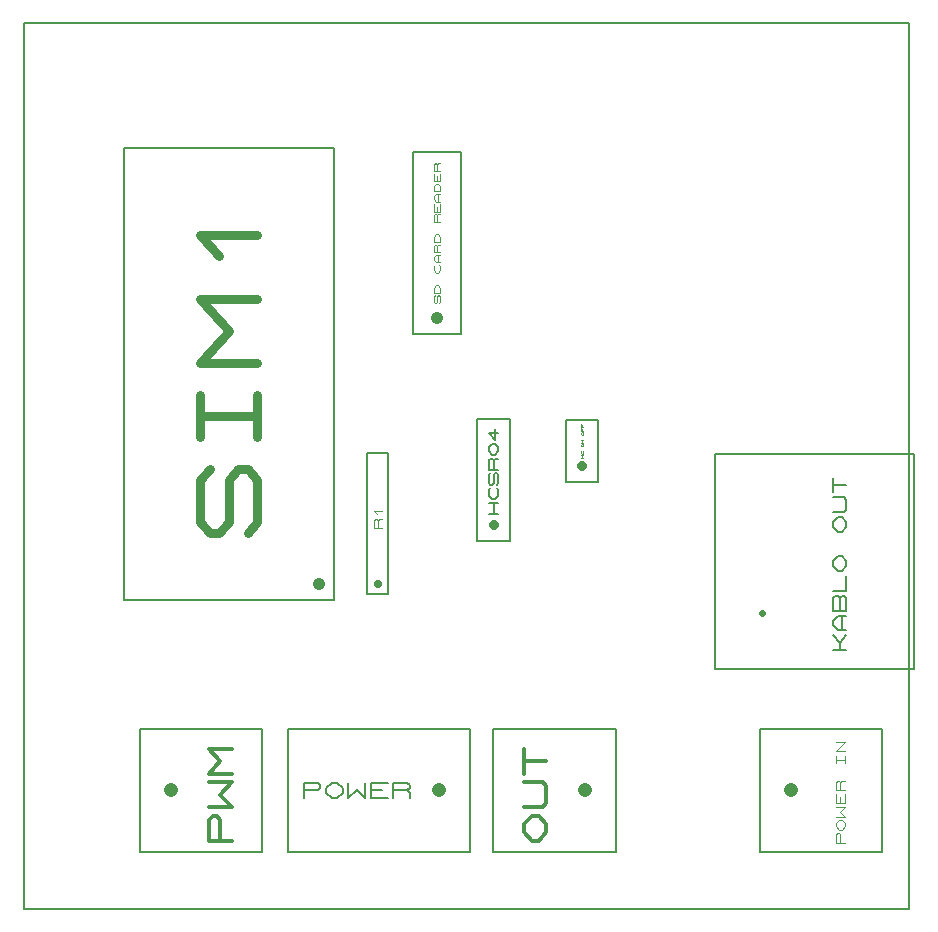
<source format=gbr>
G04 PROTEUS GERBER X2 FILE*
%TF.GenerationSoftware,Labcenter,Proteus,8.10-SP3-Build29560*%
%TF.CreationDate,2022-04-02T15:07:06+00:00*%
%TF.FileFunction,AssemblyDrawing,Top*%
%TF.FilePolarity,Positive*%
%TF.Part,Single*%
%TF.SameCoordinates,{4c8af1e2-d522-4a99-b856-79d3214d47b0}*%
%FSLAX45Y45*%
%MOMM*%
G01*
%TA.AperFunction,Profile*%
%ADD17C,0.203200*%
%TA.AperFunction,Material*%
%ADD19C,0.203200*%
%ADD23C,1.016000*%
%ADD24C,0.801370*%
%ADD25C,0.095430*%
%ADD26C,0.711200*%
%ADD27C,0.110230*%
%ADD28C,0.812800*%
%ADD29C,0.139700*%
%ADD72C,1.219200*%
%ADD73C,0.122420*%
%ADD30C,0.314280*%
%ADD31C,0.210740*%
%ADD32C,0.036680*%
%ADD33C,0.558800*%
%ADD34C,0.185490*%
%TD.AperFunction*%
D17*
X-12750000Y+3500000D02*
X-5250000Y+3500000D01*
X-5250000Y+11000000D01*
X-12750000Y+11000000D01*
X-12750000Y+3500000D01*
D19*
X-11901000Y+6112840D02*
X-10123000Y+6112840D01*
X-10123000Y+9943160D01*
X-11901000Y+9943160D01*
X-11901000Y+6112840D01*
D23*
X-10250000Y+6250000D02*
X-10250000Y+6250000D01*
D24*
X-10851726Y+6679514D02*
X-10771589Y+6769668D01*
X-10771589Y+7130284D01*
X-10851726Y+7220438D01*
X-10931863Y+7220438D01*
X-11012000Y+7130284D01*
X-11012000Y+6769668D01*
X-11092137Y+6679514D01*
X-11172274Y+6679514D01*
X-11252411Y+6769668D01*
X-11252411Y+7130284D01*
X-11172274Y+7220438D01*
X-11252411Y+7490901D02*
X-11252411Y+7851517D01*
X-11252411Y+7671209D02*
X-10771589Y+7671209D01*
X-10771589Y+7490901D02*
X-10771589Y+7851517D01*
X-10771589Y+8121980D02*
X-11252411Y+8121980D01*
X-11012000Y+8392442D01*
X-11252411Y+8662904D01*
X-10771589Y+8662904D01*
X-11092137Y+9023521D02*
X-11252411Y+9203829D01*
X-10771589Y+9203829D01*
D19*
X-9450660Y+8362840D02*
X-9049340Y+8362840D01*
X-9049340Y+9907160D01*
X-9450660Y+9907160D01*
X-9450660Y+8362840D01*
D23*
X-9250000Y+8500000D02*
X-9250000Y+8500000D01*
D25*
X-9230914Y+8627771D02*
X-9221371Y+8638506D01*
X-9221371Y+8681450D01*
X-9230914Y+8692186D01*
X-9240457Y+8692186D01*
X-9250000Y+8681450D01*
X-9250000Y+8638506D01*
X-9259543Y+8627771D01*
X-9269086Y+8627771D01*
X-9278629Y+8638506D01*
X-9278629Y+8681450D01*
X-9269086Y+8692186D01*
X-9221371Y+8713658D02*
X-9278629Y+8713658D01*
X-9278629Y+8756601D01*
X-9259543Y+8778073D01*
X-9240457Y+8778073D01*
X-9221371Y+8756601D01*
X-9221371Y+8713658D01*
X-9230914Y+8949847D02*
X-9221371Y+8939111D01*
X-9221371Y+8906903D01*
X-9240457Y+8885432D01*
X-9259543Y+8885432D01*
X-9278629Y+8906903D01*
X-9278629Y+8939111D01*
X-9269086Y+8949847D01*
X-9221371Y+8971319D02*
X-9259543Y+8971319D01*
X-9278629Y+8992790D01*
X-9278629Y+9014262D01*
X-9259543Y+9035734D01*
X-9221371Y+9035734D01*
X-9240457Y+8971319D02*
X-9240457Y+9035734D01*
X-9221371Y+9057206D02*
X-9278629Y+9057206D01*
X-9278629Y+9110885D01*
X-9269086Y+9121621D01*
X-9259543Y+9121621D01*
X-9250000Y+9110885D01*
X-9250000Y+9057206D01*
X-9250000Y+9110885D02*
X-9240457Y+9121621D01*
X-9221371Y+9121621D01*
X-9221371Y+9143093D02*
X-9278629Y+9143093D01*
X-9278629Y+9186036D01*
X-9259543Y+9207508D01*
X-9240457Y+9207508D01*
X-9221371Y+9186036D01*
X-9221371Y+9143093D01*
X-9221371Y+9314867D02*
X-9278629Y+9314867D01*
X-9278629Y+9368546D01*
X-9269086Y+9379282D01*
X-9259543Y+9379282D01*
X-9250000Y+9368546D01*
X-9250000Y+9314867D01*
X-9250000Y+9368546D02*
X-9240457Y+9379282D01*
X-9221371Y+9379282D01*
X-9221371Y+9465169D02*
X-9221371Y+9400754D01*
X-9278629Y+9400754D01*
X-9278629Y+9465169D01*
X-9250000Y+9400754D02*
X-9250000Y+9443697D01*
X-9221371Y+9486641D02*
X-9259543Y+9486641D01*
X-9278629Y+9508112D01*
X-9278629Y+9529584D01*
X-9259543Y+9551056D01*
X-9221371Y+9551056D01*
X-9240457Y+9486641D02*
X-9240457Y+9551056D01*
X-9221371Y+9572528D02*
X-9278629Y+9572528D01*
X-9278629Y+9615471D01*
X-9259543Y+9636943D01*
X-9240457Y+9636943D01*
X-9221371Y+9615471D01*
X-9221371Y+9572528D01*
X-9221371Y+9722830D02*
X-9221371Y+9658415D01*
X-9278629Y+9658415D01*
X-9278629Y+9722830D01*
X-9250000Y+9658415D02*
X-9250000Y+9701358D01*
X-9221371Y+9744302D02*
X-9278629Y+9744302D01*
X-9278629Y+9797981D01*
X-9269086Y+9808717D01*
X-9259543Y+9808717D01*
X-9250000Y+9797981D01*
X-9250000Y+9744302D01*
X-9250000Y+9797981D02*
X-9240457Y+9808717D01*
X-9221371Y+9808717D01*
D19*
X-9838900Y+6161100D02*
X-9661100Y+6161100D01*
X-9661100Y+7354900D01*
X-9838900Y+7354900D01*
X-9838900Y+6161100D01*
D26*
X-9750000Y+6250000D02*
X-9750000Y+6250000D01*
D27*
X-9716929Y+6721018D02*
X-9783070Y+6721018D01*
X-9783070Y+6783025D01*
X-9772047Y+6795427D01*
X-9761023Y+6795427D01*
X-9750000Y+6783025D01*
X-9750000Y+6721018D01*
X-9750000Y+6783025D02*
X-9738976Y+6795427D01*
X-9716929Y+6795427D01*
X-9761023Y+6845033D02*
X-9783070Y+6869836D01*
X-9716929Y+6869836D01*
D19*
X-8908160Y+6608840D02*
X-8633840Y+6608840D01*
X-8633840Y+7645160D01*
X-8908160Y+7645160D01*
X-8908160Y+6608840D01*
D28*
X-8771000Y+6746000D02*
X-8771000Y+6746000D01*
D29*
X-8729090Y+6838710D02*
X-8812910Y+6838710D01*
X-8812910Y+6933007D02*
X-8729090Y+6933007D01*
X-8771000Y+6838710D02*
X-8771000Y+6933007D01*
X-8743060Y+7058737D02*
X-8729090Y+7043021D01*
X-8729090Y+6995872D01*
X-8757030Y+6964440D01*
X-8784970Y+6964440D01*
X-8812910Y+6995872D01*
X-8812910Y+7043021D01*
X-8798940Y+7058737D01*
X-8743060Y+7090170D02*
X-8729090Y+7105886D01*
X-8729090Y+7168751D01*
X-8743060Y+7184467D01*
X-8757030Y+7184467D01*
X-8771000Y+7168751D01*
X-8771000Y+7105886D01*
X-8784970Y+7090170D01*
X-8798940Y+7090170D01*
X-8812910Y+7105886D01*
X-8812910Y+7168751D01*
X-8798940Y+7184467D01*
X-8729090Y+7215900D02*
X-8812910Y+7215900D01*
X-8812910Y+7294481D01*
X-8798940Y+7310197D01*
X-8784970Y+7310197D01*
X-8771000Y+7294481D01*
X-8771000Y+7215900D01*
X-8771000Y+7294481D02*
X-8757030Y+7310197D01*
X-8729090Y+7310197D01*
X-8784970Y+7341630D02*
X-8812910Y+7373062D01*
X-8812910Y+7404495D01*
X-8784970Y+7435927D01*
X-8757030Y+7435927D01*
X-8729090Y+7404495D01*
X-8729090Y+7373062D01*
X-8757030Y+7341630D01*
X-8784970Y+7341630D01*
X-8757030Y+7561657D02*
X-8757030Y+7467360D01*
X-8812910Y+7530225D01*
X-8729090Y+7530225D01*
D19*
X-6514160Y+3981840D02*
X-5477840Y+3981840D01*
X-5477840Y+5018160D01*
X-6514160Y+5018160D01*
X-6514160Y+3981840D01*
D72*
X-6250000Y+4500000D02*
X-6250000Y+4500000D01*
D73*
X-5796711Y+4059260D02*
X-5870168Y+4059260D01*
X-5870168Y+4128125D01*
X-5857925Y+4141898D01*
X-5845682Y+4141898D01*
X-5833440Y+4128125D01*
X-5833440Y+4059260D01*
X-5845682Y+4169445D02*
X-5870168Y+4196991D01*
X-5870168Y+4224537D01*
X-5845682Y+4252083D01*
X-5821197Y+4252083D01*
X-5796711Y+4224537D01*
X-5796711Y+4196991D01*
X-5821197Y+4169445D01*
X-5845682Y+4169445D01*
X-5870168Y+4279630D02*
X-5796711Y+4279630D01*
X-5833440Y+4320949D01*
X-5796711Y+4362268D01*
X-5870168Y+4362268D01*
X-5796711Y+4472453D02*
X-5796711Y+4389815D01*
X-5870168Y+4389815D01*
X-5870168Y+4472453D01*
X-5833440Y+4389815D02*
X-5833440Y+4444907D01*
X-5796711Y+4500000D02*
X-5870168Y+4500000D01*
X-5870168Y+4568865D01*
X-5857925Y+4582638D01*
X-5845682Y+4582638D01*
X-5833440Y+4568865D01*
X-5833440Y+4500000D01*
X-5833440Y+4568865D02*
X-5821197Y+4582638D01*
X-5796711Y+4582638D01*
X-5870168Y+4734143D02*
X-5870168Y+4789235D01*
X-5870168Y+4761689D02*
X-5796711Y+4761689D01*
X-5796711Y+4734143D02*
X-5796711Y+4789235D01*
X-5796711Y+4830555D02*
X-5870168Y+4830555D01*
X-5796711Y+4913193D01*
X-5870168Y+4913193D01*
D19*
X-11764160Y+3981840D02*
X-10727840Y+3981840D01*
X-10727840Y+5018160D01*
X-11764160Y+5018160D01*
X-11764160Y+3981840D01*
D72*
X-11500000Y+4500000D02*
X-11500000Y+4500000D01*
D30*
X-10989155Y+4075721D02*
X-11177724Y+4075721D01*
X-11177724Y+4252504D01*
X-11146296Y+4287860D01*
X-11114868Y+4287860D01*
X-11083440Y+4252504D01*
X-11083440Y+4075721D01*
X-11177724Y+4358574D02*
X-10989155Y+4358574D01*
X-11083440Y+4464643D01*
X-10989155Y+4570713D01*
X-11177724Y+4570713D01*
X-10989155Y+4641427D02*
X-11177724Y+4641427D01*
X-11083440Y+4747496D01*
X-11177724Y+4853566D01*
X-10989155Y+4853566D01*
D19*
X-8772160Y+3981840D02*
X-7735840Y+3981840D01*
X-7735840Y+5018160D01*
X-8772160Y+5018160D01*
X-8772160Y+3981840D01*
D72*
X-8000000Y+4500000D02*
X-8000000Y+4500000D01*
D30*
X-8447988Y+4075721D02*
X-8510844Y+4146434D01*
X-8510844Y+4217147D01*
X-8447988Y+4287860D01*
X-8385131Y+4287860D01*
X-8322275Y+4217147D01*
X-8322275Y+4146434D01*
X-8385131Y+4075721D01*
X-8447988Y+4075721D01*
X-8510844Y+4358574D02*
X-8353703Y+4358574D01*
X-8322275Y+4393930D01*
X-8322275Y+4535357D01*
X-8353703Y+4570713D01*
X-8510844Y+4570713D01*
X-8510844Y+4641427D02*
X-8510844Y+4853566D01*
X-8510844Y+4747496D02*
X-8322275Y+4747496D01*
D19*
X-10514160Y+3981840D02*
X-8969840Y+3981840D01*
X-8969840Y+5018160D01*
X-10514160Y+5018160D01*
X-10514160Y+3981840D01*
D72*
X-9234000Y+4500000D02*
X-9234000Y+4500000D01*
D31*
X-10378740Y+4436776D02*
X-10378740Y+4563224D01*
X-10260195Y+4563224D01*
X-10236486Y+4542149D01*
X-10236486Y+4521075D01*
X-10260195Y+4500000D01*
X-10378740Y+4500000D01*
X-10189068Y+4521075D02*
X-10141650Y+4563224D01*
X-10094232Y+4563224D01*
X-10046814Y+4521075D01*
X-10046814Y+4478925D01*
X-10094232Y+4436776D01*
X-10141650Y+4436776D01*
X-10189068Y+4478925D01*
X-10189068Y+4521075D01*
X-9999396Y+4563224D02*
X-9999396Y+4436776D01*
X-9928269Y+4500000D01*
X-9857142Y+4436776D01*
X-9857142Y+4563224D01*
X-9667470Y+4436776D02*
X-9809724Y+4436776D01*
X-9809724Y+4563224D01*
X-9667470Y+4563224D01*
X-9809724Y+4500000D02*
X-9714888Y+4500000D01*
X-9620052Y+4436776D02*
X-9620052Y+4563224D01*
X-9501507Y+4563224D01*
X-9477798Y+4542149D01*
X-9477798Y+4521075D01*
X-9501507Y+4500000D01*
X-9620052Y+4500000D01*
X-9501507Y+4500000D02*
X-9477798Y+4478925D01*
X-9477798Y+4436776D01*
D19*
X-8158160Y+7108840D02*
X-7883840Y+7108840D01*
X-7883840Y+7637160D01*
X-8158160Y+7637160D01*
X-8158160Y+7108840D01*
D28*
X-8021000Y+7246000D02*
X-8021000Y+7246000D01*
D32*
X-8009993Y+7313315D02*
X-8032006Y+7313315D01*
X-8032006Y+7338079D02*
X-8009993Y+7338079D01*
X-8021000Y+7313315D02*
X-8021000Y+7338079D01*
X-8013662Y+7371098D02*
X-8009993Y+7366970D01*
X-8009993Y+7354588D01*
X-8017331Y+7346334D01*
X-8024668Y+7346334D01*
X-8032006Y+7354588D01*
X-8032006Y+7366970D01*
X-8028337Y+7371098D01*
X-8024668Y+7412372D02*
X-8032006Y+7420626D01*
X-8032006Y+7428881D01*
X-8024668Y+7437136D01*
X-8017331Y+7437136D01*
X-8009993Y+7428881D01*
X-8009993Y+7420626D01*
X-8017331Y+7412372D01*
X-8024668Y+7412372D01*
X-8009993Y+7445391D02*
X-8032006Y+7445391D01*
X-8009993Y+7470155D01*
X-8032006Y+7470155D01*
X-8024668Y+7511429D02*
X-8032006Y+7519683D01*
X-8032006Y+7527938D01*
X-8024668Y+7536193D01*
X-8017331Y+7536193D01*
X-8009993Y+7527938D01*
X-8009993Y+7519683D01*
X-8017331Y+7511429D01*
X-8024668Y+7511429D01*
X-8009993Y+7544448D02*
X-8032006Y+7544448D01*
X-8032006Y+7569212D01*
X-8021000Y+7544448D02*
X-8021000Y+7560957D01*
X-8009993Y+7577467D02*
X-8032006Y+7577467D01*
X-8032006Y+7602231D01*
X-8021000Y+7577467D02*
X-8021000Y+7593976D01*
D19*
X-6893700Y+5527560D02*
X-5207140Y+5527560D01*
X-5207140Y+7351280D01*
X-6893700Y+7351280D01*
X-6893700Y+5527560D01*
D33*
X-6500000Y+6000000D02*
X-6500000Y+6000000D01*
D34*
X-5895249Y+5688159D02*
X-5783951Y+5688159D01*
X-5895249Y+5813369D02*
X-5839600Y+5750764D01*
X-5783951Y+5813369D01*
X-5839600Y+5688159D02*
X-5839600Y+5750764D01*
X-5783951Y+5855106D02*
X-5858150Y+5855106D01*
X-5895249Y+5896842D01*
X-5895249Y+5938579D01*
X-5858150Y+5980316D01*
X-5783951Y+5980316D01*
X-5821050Y+5855106D02*
X-5821050Y+5980316D01*
X-5783951Y+6022053D02*
X-5895249Y+6022053D01*
X-5895249Y+6126394D01*
X-5876699Y+6147263D01*
X-5858150Y+6147263D01*
X-5839600Y+6126394D01*
X-5821050Y+6147263D01*
X-5802501Y+6147263D01*
X-5783951Y+6126394D01*
X-5783951Y+6022053D01*
X-5839600Y+6022053D02*
X-5839600Y+6126394D01*
X-5895249Y+6189000D02*
X-5783951Y+6189000D01*
X-5783951Y+6314210D01*
X-5858150Y+6355947D02*
X-5895249Y+6397683D01*
X-5895249Y+6439420D01*
X-5858150Y+6481157D01*
X-5821050Y+6481157D01*
X-5783951Y+6439420D01*
X-5783951Y+6397683D01*
X-5821050Y+6355947D01*
X-5858150Y+6355947D01*
X-5858150Y+6689841D02*
X-5895249Y+6731577D01*
X-5895249Y+6773314D01*
X-5858150Y+6815051D01*
X-5821050Y+6815051D01*
X-5783951Y+6773314D01*
X-5783951Y+6731577D01*
X-5821050Y+6689841D01*
X-5858150Y+6689841D01*
X-5895249Y+6856788D02*
X-5802501Y+6856788D01*
X-5783951Y+6877656D01*
X-5783951Y+6961129D01*
X-5802501Y+6981998D01*
X-5895249Y+6981998D01*
X-5895249Y+7023735D02*
X-5895249Y+7148945D01*
X-5895249Y+7086340D02*
X-5783951Y+7086340D01*
M02*

</source>
